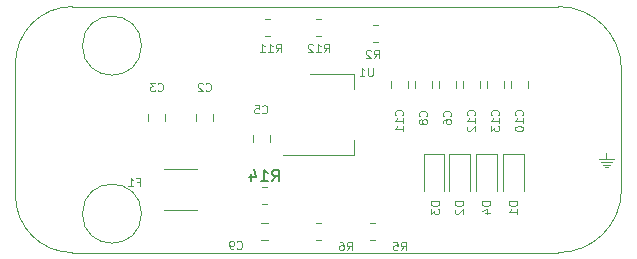
<source format=gbr>
%TF.GenerationSoftware,KiCad,Pcbnew,5.1.10*%
%TF.CreationDate,2021-10-01T14:20:23+03:00*%
%TF.ProjectId,Magma_STLink,4d61676d-615f-4535-944c-696e6b2e6b69,rev?*%
%TF.SameCoordinates,Original*%
%TF.FileFunction,Legend,Bot*%
%TF.FilePolarity,Positive*%
%FSLAX46Y46*%
G04 Gerber Fmt 4.6, Leading zero omitted, Abs format (unit mm)*
G04 Created by KiCad (PCBNEW 5.1.10) date 2021-10-01 14:20:23*
%MOMM*%
%LPD*%
G01*
G04 APERTURE LIST*
%ADD10C,0.120000*%
%TA.AperFunction,Profile*%
%ADD11C,0.120000*%
%TD*%
%TA.AperFunction,Profile*%
%ADD12C,0.050000*%
%TD*%
%ADD13C,0.150000*%
%ADD14C,0.100000*%
%ADD15C,1.100000*%
%ADD16O,3.500000X1.900000*%
%ADD17R,2.000000X1.500000*%
%ADD18R,2.000000X3.800000*%
%ADD19O,1.700000X1.700000*%
%ADD20R,1.700000X1.700000*%
%ADD21R,1.000000X1.000000*%
G04 APERTURE END LIST*
D10*
X84429600Y-60604400D02*
X84226400Y-60604400D01*
X84328000Y-59842400D02*
X84328000Y-59385200D01*
X84632800Y-60401200D02*
X84023200Y-60401200D01*
X84785200Y-60147200D02*
X83870800Y-60147200D01*
X84937600Y-59893200D02*
X83718400Y-59893200D01*
D11*
X44958000Y-64526800D02*
G75*
G03*
X44958000Y-64526800I-2500000J0D01*
G01*
X44958000Y-50302800D02*
G75*
G03*
X44958000Y-50302800I-2500000J0D01*
G01*
D12*
X85598000Y-52324000D02*
X85598000Y-62484000D01*
X80264000Y-46990000D02*
G75*
G02*
X85598000Y-52324000I0J-5334000D01*
G01*
X85598000Y-62484000D02*
G75*
G02*
X80264000Y-67818000I-5334000J0D01*
G01*
X43180000Y-67818000D02*
X39116000Y-67818000D01*
X34290000Y-51816000D02*
X34290000Y-62992000D01*
X39116000Y-67818000D02*
G75*
G02*
X34290000Y-62992000I0J4826000D01*
G01*
X34290000Y-51816000D02*
G75*
G02*
X39116000Y-46990000I4826000J0D01*
G01*
X43180000Y-46990000D02*
X39116000Y-46990000D01*
X43180000Y-67818000D02*
X80264000Y-67818000D01*
X43180000Y-46990000D02*
X80264000Y-46990000D01*
D10*
%TO.C,R14*%
X55599064Y-62257000D02*
X55144936Y-62257000D01*
X55599064Y-63727000D02*
X55144936Y-63727000D01*
%TO.C,U1*%
X62972000Y-52738000D02*
X62972000Y-53998000D01*
X62972000Y-59558000D02*
X62972000Y-58298000D01*
X59212000Y-52738000D02*
X62972000Y-52738000D01*
X56962000Y-59558000D02*
X62972000Y-59558000D01*
%TO.C,R12*%
X60171064Y-48033000D02*
X59716936Y-48033000D01*
X60171064Y-49503000D02*
X59716936Y-49503000D01*
%TO.C,R11*%
X55853064Y-48033000D02*
X55398936Y-48033000D01*
X55853064Y-49503000D02*
X55398936Y-49503000D01*
%TO.C,R6*%
X60171064Y-65305000D02*
X59716936Y-65305000D01*
X60171064Y-66775000D02*
X59716936Y-66775000D01*
%TO.C,R5*%
X64288936Y-66775000D02*
X64743064Y-66775000D01*
X64288936Y-65305000D02*
X64743064Y-65305000D01*
%TO.C,R2*%
X64997064Y-48541000D02*
X64542936Y-48541000D01*
X64997064Y-50011000D02*
X64542936Y-50011000D01*
%TO.C,F1*%
X46873748Y-64194000D02*
X49646252Y-64194000D01*
X46873748Y-60774000D02*
X49646252Y-60774000D01*
%TO.C,D4*%
X73318000Y-59483600D02*
X75018000Y-59483600D01*
X75018000Y-59483600D02*
X75018000Y-62633600D01*
X73318000Y-59483600D02*
X73318000Y-62633600D01*
%TO.C,D3*%
X68886400Y-59483600D02*
X70586400Y-59483600D01*
X70586400Y-59483600D02*
X70586400Y-62633600D01*
X68886400Y-59483600D02*
X68886400Y-62633600D01*
%TO.C,D2*%
X71032000Y-59483600D02*
X72732000Y-59483600D01*
X72732000Y-59483600D02*
X72732000Y-62633600D01*
X71032000Y-59483600D02*
X71032000Y-62633600D01*
%TO.C,D1*%
X75604000Y-59483600D02*
X77304000Y-59483600D01*
X77304000Y-59483600D02*
X77304000Y-62633600D01*
X75604000Y-59483600D02*
X75604000Y-62633600D01*
%TO.C,C13*%
X74195000Y-53332748D02*
X74195000Y-53855252D01*
X75665000Y-53332748D02*
X75665000Y-53855252D01*
%TO.C,C12*%
X72163000Y-53332748D02*
X72163000Y-53855252D01*
X73633000Y-53332748D02*
X73633000Y-53855252D01*
%TO.C,C11*%
X66067000Y-53332748D02*
X66067000Y-53855252D01*
X67537000Y-53332748D02*
X67537000Y-53855252D01*
%TO.C,C10*%
X76227000Y-53332748D02*
X76227000Y-53855252D01*
X77697000Y-53332748D02*
X77697000Y-53855252D01*
%TO.C,C9*%
X55633252Y-65305000D02*
X55110748Y-65305000D01*
X55633252Y-66775000D02*
X55110748Y-66775000D01*
%TO.C,C8*%
X68099000Y-53332748D02*
X68099000Y-53855252D01*
X69569000Y-53332748D02*
X69569000Y-53855252D01*
%TO.C,C6*%
X70131000Y-53332748D02*
X70131000Y-53855252D01*
X71601000Y-53332748D02*
X71601000Y-53855252D01*
%TO.C,C5*%
X54383000Y-57904748D02*
X54383000Y-58427252D01*
X55853000Y-57904748D02*
X55853000Y-58427252D01*
%TO.C,C3*%
X46963000Y-56649252D02*
X46963000Y-56126748D01*
X45493000Y-56649252D02*
X45493000Y-56126748D01*
%TO.C,C2*%
X51027000Y-56649252D02*
X51027000Y-56126748D01*
X49557000Y-56649252D02*
X49557000Y-56126748D01*
%TD*%
%TO.C,R14*%
D13*
X56014857Y-61794380D02*
X56348190Y-61318190D01*
X56586285Y-61794380D02*
X56586285Y-60794380D01*
X56205333Y-60794380D01*
X56110095Y-60842000D01*
X56062476Y-60889619D01*
X56014857Y-60984857D01*
X56014857Y-61127714D01*
X56062476Y-61222952D01*
X56110095Y-61270571D01*
X56205333Y-61318190D01*
X56586285Y-61318190D01*
X55062476Y-61794380D02*
X55633904Y-61794380D01*
X55348190Y-61794380D02*
X55348190Y-60794380D01*
X55443428Y-60937238D01*
X55538666Y-61032476D01*
X55633904Y-61080095D01*
X54205333Y-61127714D02*
X54205333Y-61794380D01*
X54443428Y-60746761D02*
X54681523Y-61461047D01*
X54062476Y-61461047D01*
%TO.C,U1*%
D14*
X64541333Y-52194666D02*
X64541333Y-52761333D01*
X64508000Y-52828000D01*
X64474666Y-52861333D01*
X64408000Y-52894666D01*
X64274666Y-52894666D01*
X64208000Y-52861333D01*
X64174666Y-52828000D01*
X64141333Y-52761333D01*
X64141333Y-52194666D01*
X63441333Y-52894666D02*
X63841333Y-52894666D01*
X63641333Y-52894666D02*
X63641333Y-52194666D01*
X63708000Y-52294666D01*
X63774666Y-52361333D01*
X63841333Y-52394666D01*
%TO.C,R12*%
X60394000Y-50862666D02*
X60627333Y-50529333D01*
X60794000Y-50862666D02*
X60794000Y-50162666D01*
X60527333Y-50162666D01*
X60460666Y-50196000D01*
X60427333Y-50229333D01*
X60394000Y-50296000D01*
X60394000Y-50396000D01*
X60427333Y-50462666D01*
X60460666Y-50496000D01*
X60527333Y-50529333D01*
X60794000Y-50529333D01*
X59727333Y-50862666D02*
X60127333Y-50862666D01*
X59927333Y-50862666D02*
X59927333Y-50162666D01*
X59994000Y-50262666D01*
X60060666Y-50329333D01*
X60127333Y-50362666D01*
X59460666Y-50229333D02*
X59427333Y-50196000D01*
X59360666Y-50162666D01*
X59194000Y-50162666D01*
X59127333Y-50196000D01*
X59094000Y-50229333D01*
X59060666Y-50296000D01*
X59060666Y-50362666D01*
X59094000Y-50462666D01*
X59494000Y-50862666D01*
X59060666Y-50862666D01*
%TO.C,R11*%
X56330000Y-50862666D02*
X56563333Y-50529333D01*
X56730000Y-50862666D02*
X56730000Y-50162666D01*
X56463333Y-50162666D01*
X56396666Y-50196000D01*
X56363333Y-50229333D01*
X56330000Y-50296000D01*
X56330000Y-50396000D01*
X56363333Y-50462666D01*
X56396666Y-50496000D01*
X56463333Y-50529333D01*
X56730000Y-50529333D01*
X55663333Y-50862666D02*
X56063333Y-50862666D01*
X55863333Y-50862666D02*
X55863333Y-50162666D01*
X55930000Y-50262666D01*
X55996666Y-50329333D01*
X56063333Y-50362666D01*
X54996666Y-50862666D02*
X55396666Y-50862666D01*
X55196666Y-50862666D02*
X55196666Y-50162666D01*
X55263333Y-50262666D01*
X55330000Y-50329333D01*
X55396666Y-50362666D01*
%TO.C,R6*%
X62346666Y-67626666D02*
X62580000Y-67293333D01*
X62746666Y-67626666D02*
X62746666Y-66926666D01*
X62480000Y-66926666D01*
X62413333Y-66960000D01*
X62380000Y-66993333D01*
X62346666Y-67060000D01*
X62346666Y-67160000D01*
X62380000Y-67226666D01*
X62413333Y-67260000D01*
X62480000Y-67293333D01*
X62746666Y-67293333D01*
X61746666Y-66926666D02*
X61880000Y-66926666D01*
X61946666Y-66960000D01*
X61980000Y-66993333D01*
X62046666Y-67093333D01*
X62080000Y-67226666D01*
X62080000Y-67493333D01*
X62046666Y-67560000D01*
X62013333Y-67593333D01*
X61946666Y-67626666D01*
X61813333Y-67626666D01*
X61746666Y-67593333D01*
X61713333Y-67560000D01*
X61680000Y-67493333D01*
X61680000Y-67326666D01*
X61713333Y-67260000D01*
X61746666Y-67226666D01*
X61813333Y-67193333D01*
X61946666Y-67193333D01*
X62013333Y-67226666D01*
X62046666Y-67260000D01*
X62080000Y-67326666D01*
%TO.C,R5*%
X66918666Y-67626666D02*
X67152000Y-67293333D01*
X67318666Y-67626666D02*
X67318666Y-66926666D01*
X67052000Y-66926666D01*
X66985333Y-66960000D01*
X66952000Y-66993333D01*
X66918666Y-67060000D01*
X66918666Y-67160000D01*
X66952000Y-67226666D01*
X66985333Y-67260000D01*
X67052000Y-67293333D01*
X67318666Y-67293333D01*
X66285333Y-66926666D02*
X66618666Y-66926666D01*
X66652000Y-67260000D01*
X66618666Y-67226666D01*
X66552000Y-67193333D01*
X66385333Y-67193333D01*
X66318666Y-67226666D01*
X66285333Y-67260000D01*
X66252000Y-67326666D01*
X66252000Y-67493333D01*
X66285333Y-67560000D01*
X66318666Y-67593333D01*
X66385333Y-67626666D01*
X66552000Y-67626666D01*
X66618666Y-67593333D01*
X66652000Y-67560000D01*
%TO.C,R2*%
X64632666Y-51370666D02*
X64866000Y-51037333D01*
X65032666Y-51370666D02*
X65032666Y-50670666D01*
X64766000Y-50670666D01*
X64699333Y-50704000D01*
X64666000Y-50737333D01*
X64632666Y-50804000D01*
X64632666Y-50904000D01*
X64666000Y-50970666D01*
X64699333Y-51004000D01*
X64766000Y-51037333D01*
X65032666Y-51037333D01*
X64366000Y-50737333D02*
X64332666Y-50704000D01*
X64266000Y-50670666D01*
X64099333Y-50670666D01*
X64032666Y-50704000D01*
X63999333Y-50737333D01*
X63966000Y-50804000D01*
X63966000Y-50870666D01*
X63999333Y-50970666D01*
X64399333Y-51370666D01*
X63966000Y-51370666D01*
%TO.C,F1*%
X44581733Y-61824400D02*
X44815066Y-61824400D01*
X44815066Y-62191066D02*
X44815066Y-61491066D01*
X44481733Y-61491066D01*
X43848400Y-62191066D02*
X44248400Y-62191066D01*
X44048400Y-62191066D02*
X44048400Y-61491066D01*
X44115066Y-61591066D01*
X44181733Y-61657733D01*
X44248400Y-61691066D01*
%TO.C,D4*%
X74484666Y-63491333D02*
X73784666Y-63491333D01*
X73784666Y-63658000D01*
X73818000Y-63758000D01*
X73884666Y-63824666D01*
X73951333Y-63858000D01*
X74084666Y-63891333D01*
X74184666Y-63891333D01*
X74318000Y-63858000D01*
X74384666Y-63824666D01*
X74451333Y-63758000D01*
X74484666Y-63658000D01*
X74484666Y-63491333D01*
X74018000Y-64491333D02*
X74484666Y-64491333D01*
X73751333Y-64324666D02*
X74251333Y-64158000D01*
X74251333Y-64591333D01*
%TO.C,D3*%
X70166666Y-63491333D02*
X69466666Y-63491333D01*
X69466666Y-63658000D01*
X69500000Y-63758000D01*
X69566666Y-63824666D01*
X69633333Y-63858000D01*
X69766666Y-63891333D01*
X69866666Y-63891333D01*
X70000000Y-63858000D01*
X70066666Y-63824666D01*
X70133333Y-63758000D01*
X70166666Y-63658000D01*
X70166666Y-63491333D01*
X69466666Y-64124666D02*
X69466666Y-64558000D01*
X69733333Y-64324666D01*
X69733333Y-64424666D01*
X69766666Y-64491333D01*
X69800000Y-64524666D01*
X69866666Y-64558000D01*
X70033333Y-64558000D01*
X70100000Y-64524666D01*
X70133333Y-64491333D01*
X70166666Y-64424666D01*
X70166666Y-64224666D01*
X70133333Y-64158000D01*
X70100000Y-64124666D01*
%TO.C,D2*%
X72198666Y-63491333D02*
X71498666Y-63491333D01*
X71498666Y-63658000D01*
X71532000Y-63758000D01*
X71598666Y-63824666D01*
X71665333Y-63858000D01*
X71798666Y-63891333D01*
X71898666Y-63891333D01*
X72032000Y-63858000D01*
X72098666Y-63824666D01*
X72165333Y-63758000D01*
X72198666Y-63658000D01*
X72198666Y-63491333D01*
X71565333Y-64158000D02*
X71532000Y-64191333D01*
X71498666Y-64258000D01*
X71498666Y-64424666D01*
X71532000Y-64491333D01*
X71565333Y-64524666D01*
X71632000Y-64558000D01*
X71698666Y-64558000D01*
X71798666Y-64524666D01*
X72198666Y-64124666D01*
X72198666Y-64558000D01*
%TO.C,D1*%
X76770666Y-63491333D02*
X76070666Y-63491333D01*
X76070666Y-63658000D01*
X76104000Y-63758000D01*
X76170666Y-63824666D01*
X76237333Y-63858000D01*
X76370666Y-63891333D01*
X76470666Y-63891333D01*
X76604000Y-63858000D01*
X76670666Y-63824666D01*
X76737333Y-63758000D01*
X76770666Y-63658000D01*
X76770666Y-63491333D01*
X76770666Y-64558000D02*
X76770666Y-64158000D01*
X76770666Y-64358000D02*
X76070666Y-64358000D01*
X76170666Y-64291333D01*
X76237333Y-64224666D01*
X76270666Y-64158000D01*
%TO.C,C13*%
X75180000Y-56192000D02*
X75213333Y-56158666D01*
X75246666Y-56058666D01*
X75246666Y-55992000D01*
X75213333Y-55892000D01*
X75146666Y-55825333D01*
X75080000Y-55792000D01*
X74946666Y-55758666D01*
X74846666Y-55758666D01*
X74713333Y-55792000D01*
X74646666Y-55825333D01*
X74580000Y-55892000D01*
X74546666Y-55992000D01*
X74546666Y-56058666D01*
X74580000Y-56158666D01*
X74613333Y-56192000D01*
X75246666Y-56858666D02*
X75246666Y-56458666D01*
X75246666Y-56658666D02*
X74546666Y-56658666D01*
X74646666Y-56592000D01*
X74713333Y-56525333D01*
X74746666Y-56458666D01*
X74546666Y-57092000D02*
X74546666Y-57525333D01*
X74813333Y-57292000D01*
X74813333Y-57392000D01*
X74846666Y-57458666D01*
X74880000Y-57492000D01*
X74946666Y-57525333D01*
X75113333Y-57525333D01*
X75180000Y-57492000D01*
X75213333Y-57458666D01*
X75246666Y-57392000D01*
X75246666Y-57192000D01*
X75213333Y-57125333D01*
X75180000Y-57092000D01*
%TO.C,C12*%
X73148000Y-56192000D02*
X73181333Y-56158666D01*
X73214666Y-56058666D01*
X73214666Y-55992000D01*
X73181333Y-55892000D01*
X73114666Y-55825333D01*
X73048000Y-55792000D01*
X72914666Y-55758666D01*
X72814666Y-55758666D01*
X72681333Y-55792000D01*
X72614666Y-55825333D01*
X72548000Y-55892000D01*
X72514666Y-55992000D01*
X72514666Y-56058666D01*
X72548000Y-56158666D01*
X72581333Y-56192000D01*
X73214666Y-56858666D02*
X73214666Y-56458666D01*
X73214666Y-56658666D02*
X72514666Y-56658666D01*
X72614666Y-56592000D01*
X72681333Y-56525333D01*
X72714666Y-56458666D01*
X72581333Y-57125333D02*
X72548000Y-57158666D01*
X72514666Y-57225333D01*
X72514666Y-57392000D01*
X72548000Y-57458666D01*
X72581333Y-57492000D01*
X72648000Y-57525333D01*
X72714666Y-57525333D01*
X72814666Y-57492000D01*
X73214666Y-57092000D01*
X73214666Y-57525333D01*
%TO.C,C11*%
X67052000Y-56192000D02*
X67085333Y-56158666D01*
X67118666Y-56058666D01*
X67118666Y-55992000D01*
X67085333Y-55892000D01*
X67018666Y-55825333D01*
X66952000Y-55792000D01*
X66818666Y-55758666D01*
X66718666Y-55758666D01*
X66585333Y-55792000D01*
X66518666Y-55825333D01*
X66452000Y-55892000D01*
X66418666Y-55992000D01*
X66418666Y-56058666D01*
X66452000Y-56158666D01*
X66485333Y-56192000D01*
X67118666Y-56858666D02*
X67118666Y-56458666D01*
X67118666Y-56658666D02*
X66418666Y-56658666D01*
X66518666Y-56592000D01*
X66585333Y-56525333D01*
X66618666Y-56458666D01*
X67118666Y-57525333D02*
X67118666Y-57125333D01*
X67118666Y-57325333D02*
X66418666Y-57325333D01*
X66518666Y-57258666D01*
X66585333Y-57192000D01*
X66618666Y-57125333D01*
%TO.C,C10*%
X77212000Y-56192000D02*
X77245333Y-56158666D01*
X77278666Y-56058666D01*
X77278666Y-55992000D01*
X77245333Y-55892000D01*
X77178666Y-55825333D01*
X77112000Y-55792000D01*
X76978666Y-55758666D01*
X76878666Y-55758666D01*
X76745333Y-55792000D01*
X76678666Y-55825333D01*
X76612000Y-55892000D01*
X76578666Y-55992000D01*
X76578666Y-56058666D01*
X76612000Y-56158666D01*
X76645333Y-56192000D01*
X77278666Y-56858666D02*
X77278666Y-56458666D01*
X77278666Y-56658666D02*
X76578666Y-56658666D01*
X76678666Y-56592000D01*
X76745333Y-56525333D01*
X76778666Y-56458666D01*
X76578666Y-57292000D02*
X76578666Y-57358666D01*
X76612000Y-57425333D01*
X76645333Y-57458666D01*
X76712000Y-57492000D01*
X76845333Y-57525333D01*
X77012000Y-57525333D01*
X77145333Y-57492000D01*
X77212000Y-57458666D01*
X77245333Y-57425333D01*
X77278666Y-57358666D01*
X77278666Y-57292000D01*
X77245333Y-57225333D01*
X77212000Y-57192000D01*
X77145333Y-57158666D01*
X77012000Y-57125333D01*
X76845333Y-57125333D01*
X76712000Y-57158666D01*
X76645333Y-57192000D01*
X76612000Y-57225333D01*
X76578666Y-57292000D01*
%TO.C,C9*%
X53050266Y-67458400D02*
X53083600Y-67491733D01*
X53183600Y-67525066D01*
X53250266Y-67525066D01*
X53350266Y-67491733D01*
X53416933Y-67425066D01*
X53450266Y-67358400D01*
X53483600Y-67225066D01*
X53483600Y-67125066D01*
X53450266Y-66991733D01*
X53416933Y-66925066D01*
X53350266Y-66858400D01*
X53250266Y-66825066D01*
X53183600Y-66825066D01*
X53083600Y-66858400D01*
X53050266Y-66891733D01*
X52716933Y-67525066D02*
X52583600Y-67525066D01*
X52516933Y-67491733D01*
X52483600Y-67458400D01*
X52416933Y-67358400D01*
X52383600Y-67225066D01*
X52383600Y-66958400D01*
X52416933Y-66891733D01*
X52450266Y-66858400D01*
X52516933Y-66825066D01*
X52650266Y-66825066D01*
X52716933Y-66858400D01*
X52750266Y-66891733D01*
X52783600Y-66958400D01*
X52783600Y-67125066D01*
X52750266Y-67191733D01*
X52716933Y-67225066D01*
X52650266Y-67258400D01*
X52516933Y-67258400D01*
X52450266Y-67225066D01*
X52416933Y-67191733D01*
X52383600Y-67125066D01*
%TO.C,C8*%
X69084000Y-56271333D02*
X69117333Y-56238000D01*
X69150666Y-56138000D01*
X69150666Y-56071333D01*
X69117333Y-55971333D01*
X69050666Y-55904666D01*
X68984000Y-55871333D01*
X68850666Y-55838000D01*
X68750666Y-55838000D01*
X68617333Y-55871333D01*
X68550666Y-55904666D01*
X68484000Y-55971333D01*
X68450666Y-56071333D01*
X68450666Y-56138000D01*
X68484000Y-56238000D01*
X68517333Y-56271333D01*
X68750666Y-56671333D02*
X68717333Y-56604666D01*
X68684000Y-56571333D01*
X68617333Y-56538000D01*
X68584000Y-56538000D01*
X68517333Y-56571333D01*
X68484000Y-56604666D01*
X68450666Y-56671333D01*
X68450666Y-56804666D01*
X68484000Y-56871333D01*
X68517333Y-56904666D01*
X68584000Y-56938000D01*
X68617333Y-56938000D01*
X68684000Y-56904666D01*
X68717333Y-56871333D01*
X68750666Y-56804666D01*
X68750666Y-56671333D01*
X68784000Y-56604666D01*
X68817333Y-56571333D01*
X68884000Y-56538000D01*
X69017333Y-56538000D01*
X69084000Y-56571333D01*
X69117333Y-56604666D01*
X69150666Y-56671333D01*
X69150666Y-56804666D01*
X69117333Y-56871333D01*
X69084000Y-56904666D01*
X69017333Y-56938000D01*
X68884000Y-56938000D01*
X68817333Y-56904666D01*
X68784000Y-56871333D01*
X68750666Y-56804666D01*
%TO.C,C6*%
X71116000Y-56271333D02*
X71149333Y-56238000D01*
X71182666Y-56138000D01*
X71182666Y-56071333D01*
X71149333Y-55971333D01*
X71082666Y-55904666D01*
X71016000Y-55871333D01*
X70882666Y-55838000D01*
X70782666Y-55838000D01*
X70649333Y-55871333D01*
X70582666Y-55904666D01*
X70516000Y-55971333D01*
X70482666Y-56071333D01*
X70482666Y-56138000D01*
X70516000Y-56238000D01*
X70549333Y-56271333D01*
X70482666Y-56871333D02*
X70482666Y-56738000D01*
X70516000Y-56671333D01*
X70549333Y-56638000D01*
X70649333Y-56571333D01*
X70782666Y-56538000D01*
X71049333Y-56538000D01*
X71116000Y-56571333D01*
X71149333Y-56604666D01*
X71182666Y-56671333D01*
X71182666Y-56804666D01*
X71149333Y-56871333D01*
X71116000Y-56904666D01*
X71049333Y-56938000D01*
X70882666Y-56938000D01*
X70816000Y-56904666D01*
X70782666Y-56871333D01*
X70749333Y-56804666D01*
X70749333Y-56671333D01*
X70782666Y-56604666D01*
X70816000Y-56571333D01*
X70882666Y-56538000D01*
%TO.C,C5*%
X55183866Y-55977600D02*
X55217200Y-56010933D01*
X55317200Y-56044266D01*
X55383866Y-56044266D01*
X55483866Y-56010933D01*
X55550533Y-55944266D01*
X55583866Y-55877600D01*
X55617200Y-55744266D01*
X55617200Y-55644266D01*
X55583866Y-55510933D01*
X55550533Y-55444266D01*
X55483866Y-55377600D01*
X55383866Y-55344266D01*
X55317200Y-55344266D01*
X55217200Y-55377600D01*
X55183866Y-55410933D01*
X54550533Y-55344266D02*
X54883866Y-55344266D01*
X54917200Y-55677600D01*
X54883866Y-55644266D01*
X54817200Y-55610933D01*
X54650533Y-55610933D01*
X54583866Y-55644266D01*
X54550533Y-55677600D01*
X54517200Y-55744266D01*
X54517200Y-55910933D01*
X54550533Y-55977600D01*
X54583866Y-56010933D01*
X54650533Y-56044266D01*
X54817200Y-56044266D01*
X54883866Y-56010933D01*
X54917200Y-55977600D01*
%TO.C,C3*%
X46344666Y-54098000D02*
X46378000Y-54131333D01*
X46478000Y-54164666D01*
X46544666Y-54164666D01*
X46644666Y-54131333D01*
X46711333Y-54064666D01*
X46744666Y-53998000D01*
X46778000Y-53864666D01*
X46778000Y-53764666D01*
X46744666Y-53631333D01*
X46711333Y-53564666D01*
X46644666Y-53498000D01*
X46544666Y-53464666D01*
X46478000Y-53464666D01*
X46378000Y-53498000D01*
X46344666Y-53531333D01*
X46111333Y-53464666D02*
X45678000Y-53464666D01*
X45911333Y-53731333D01*
X45811333Y-53731333D01*
X45744666Y-53764666D01*
X45711333Y-53798000D01*
X45678000Y-53864666D01*
X45678000Y-54031333D01*
X45711333Y-54098000D01*
X45744666Y-54131333D01*
X45811333Y-54164666D01*
X46011333Y-54164666D01*
X46078000Y-54131333D01*
X46111333Y-54098000D01*
%TO.C,C2*%
X50408666Y-54098000D02*
X50442000Y-54131333D01*
X50542000Y-54164666D01*
X50608666Y-54164666D01*
X50708666Y-54131333D01*
X50775333Y-54064666D01*
X50808666Y-53998000D01*
X50842000Y-53864666D01*
X50842000Y-53764666D01*
X50808666Y-53631333D01*
X50775333Y-53564666D01*
X50708666Y-53498000D01*
X50608666Y-53464666D01*
X50542000Y-53464666D01*
X50442000Y-53498000D01*
X50408666Y-53531333D01*
X50142000Y-53531333D02*
X50108666Y-53498000D01*
X50042000Y-53464666D01*
X49875333Y-53464666D01*
X49808666Y-53498000D01*
X49775333Y-53531333D01*
X49742000Y-53598000D01*
X49742000Y-53664666D01*
X49775333Y-53764666D01*
X50175333Y-54164666D01*
X49742000Y-54164666D01*
%TD*%
%LPC*%
%TO.C,R14*%
G36*
G01*
X54972000Y-62541999D02*
X54972000Y-63442001D01*
G75*
G02*
X54722001Y-63692000I-249999J0D01*
G01*
X54021999Y-63692000D01*
G75*
G02*
X53772000Y-63442001I0J249999D01*
G01*
X53772000Y-62541999D01*
G75*
G02*
X54021999Y-62292000I249999J0D01*
G01*
X54722001Y-62292000D01*
G75*
G02*
X54972000Y-62541999I0J-249999D01*
G01*
G37*
G36*
G01*
X56972000Y-62541999D02*
X56972000Y-63442001D01*
G75*
G02*
X56722001Y-63692000I-249999J0D01*
G01*
X56021999Y-63692000D01*
G75*
G02*
X55772000Y-63442001I0J249999D01*
G01*
X55772000Y-62541999D01*
G75*
G02*
X56021999Y-62292000I249999J0D01*
G01*
X56722001Y-62292000D01*
G75*
G02*
X56972000Y-62541999I0J-249999D01*
G01*
G37*
%TD*%
D15*
%TO.C,J5*%
X37380000Y-55104000D03*
X37380000Y-59704000D03*
D16*
X37380000Y-51704000D03*
X37380000Y-63104000D03*
%TD*%
D17*
%TO.C,U1*%
X57912000Y-58448000D03*
X57912000Y-53848000D03*
X57912000Y-56148000D03*
D18*
X64212000Y-56148000D03*
%TD*%
D19*
%TO.C,STLINK_CONN1*%
X82296000Y-52294000D03*
X79756000Y-52294000D03*
X82296000Y-54834000D03*
X79756000Y-54834000D03*
X82296000Y-57374000D03*
X79756000Y-57374000D03*
X82296000Y-59914000D03*
X79756000Y-59914000D03*
X82296000Y-62454000D03*
D20*
X79756000Y-62454000D03*
%TD*%
%TO.C,R12*%
G36*
G01*
X59544000Y-48317999D02*
X59544000Y-49218001D01*
G75*
G02*
X59294001Y-49468000I-249999J0D01*
G01*
X58593999Y-49468000D01*
G75*
G02*
X58344000Y-49218001I0J249999D01*
G01*
X58344000Y-48317999D01*
G75*
G02*
X58593999Y-48068000I249999J0D01*
G01*
X59294001Y-48068000D01*
G75*
G02*
X59544000Y-48317999I0J-249999D01*
G01*
G37*
G36*
G01*
X61544000Y-48317999D02*
X61544000Y-49218001D01*
G75*
G02*
X61294001Y-49468000I-249999J0D01*
G01*
X60593999Y-49468000D01*
G75*
G02*
X60344000Y-49218001I0J249999D01*
G01*
X60344000Y-48317999D01*
G75*
G02*
X60593999Y-48068000I249999J0D01*
G01*
X61294001Y-48068000D01*
G75*
G02*
X61544000Y-48317999I0J-249999D01*
G01*
G37*
%TD*%
%TO.C,R11*%
G36*
G01*
X55226000Y-48317999D02*
X55226000Y-49218001D01*
G75*
G02*
X54976001Y-49468000I-249999J0D01*
G01*
X54275999Y-49468000D01*
G75*
G02*
X54026000Y-49218001I0J249999D01*
G01*
X54026000Y-48317999D01*
G75*
G02*
X54275999Y-48068000I249999J0D01*
G01*
X54976001Y-48068000D01*
G75*
G02*
X55226000Y-48317999I0J-249999D01*
G01*
G37*
G36*
G01*
X57226000Y-48317999D02*
X57226000Y-49218001D01*
G75*
G02*
X56976001Y-49468000I-249999J0D01*
G01*
X56275999Y-49468000D01*
G75*
G02*
X56026000Y-49218001I0J249999D01*
G01*
X56026000Y-48317999D01*
G75*
G02*
X56275999Y-48068000I249999J0D01*
G01*
X56976001Y-48068000D01*
G75*
G02*
X57226000Y-48317999I0J-249999D01*
G01*
G37*
%TD*%
%TO.C,R6*%
G36*
G01*
X59544000Y-65589999D02*
X59544000Y-66490001D01*
G75*
G02*
X59294001Y-66740000I-249999J0D01*
G01*
X58593999Y-66740000D01*
G75*
G02*
X58344000Y-66490001I0J249999D01*
G01*
X58344000Y-65589999D01*
G75*
G02*
X58593999Y-65340000I249999J0D01*
G01*
X59294001Y-65340000D01*
G75*
G02*
X59544000Y-65589999I0J-249999D01*
G01*
G37*
G36*
G01*
X61544000Y-65589999D02*
X61544000Y-66490001D01*
G75*
G02*
X61294001Y-66740000I-249999J0D01*
G01*
X60593999Y-66740000D01*
G75*
G02*
X60344000Y-66490001I0J249999D01*
G01*
X60344000Y-65589999D01*
G75*
G02*
X60593999Y-65340000I249999J0D01*
G01*
X61294001Y-65340000D01*
G75*
G02*
X61544000Y-65589999I0J-249999D01*
G01*
G37*
%TD*%
%TO.C,R5*%
G36*
G01*
X64916000Y-66490001D02*
X64916000Y-65589999D01*
G75*
G02*
X65165999Y-65340000I249999J0D01*
G01*
X65866001Y-65340000D01*
G75*
G02*
X66116000Y-65589999I0J-249999D01*
G01*
X66116000Y-66490001D01*
G75*
G02*
X65866001Y-66740000I-249999J0D01*
G01*
X65165999Y-66740000D01*
G75*
G02*
X64916000Y-66490001I0J249999D01*
G01*
G37*
G36*
G01*
X62916000Y-66490001D02*
X62916000Y-65589999D01*
G75*
G02*
X63165999Y-65340000I249999J0D01*
G01*
X63866001Y-65340000D01*
G75*
G02*
X64116000Y-65589999I0J-249999D01*
G01*
X64116000Y-66490001D01*
G75*
G02*
X63866001Y-66740000I-249999J0D01*
G01*
X63165999Y-66740000D01*
G75*
G02*
X62916000Y-66490001I0J249999D01*
G01*
G37*
%TD*%
%TO.C,R2*%
G36*
G01*
X64370000Y-48825999D02*
X64370000Y-49726001D01*
G75*
G02*
X64120001Y-49976000I-249999J0D01*
G01*
X63419999Y-49976000D01*
G75*
G02*
X63170000Y-49726001I0J249999D01*
G01*
X63170000Y-48825999D01*
G75*
G02*
X63419999Y-48576000I249999J0D01*
G01*
X64120001Y-48576000D01*
G75*
G02*
X64370000Y-48825999I0J-249999D01*
G01*
G37*
G36*
G01*
X66370000Y-48825999D02*
X66370000Y-49726001D01*
G75*
G02*
X66120001Y-49976000I-249999J0D01*
G01*
X65419999Y-49976000D01*
G75*
G02*
X65170000Y-49726001I0J249999D01*
G01*
X65170000Y-48825999D01*
G75*
G02*
X65419999Y-48576000I249999J0D01*
G01*
X66120001Y-48576000D01*
G75*
G02*
X66370000Y-48825999I0J-249999D01*
G01*
G37*
%TD*%
D19*
%TO.C,J4*%
X47752000Y-65786000D03*
D20*
X50292000Y-65786000D03*
%TD*%
D19*
%TO.C,J3*%
X50282000Y-49022000D03*
D20*
X47742000Y-49022000D03*
%TD*%
D19*
%TO.C,J2*%
X73690000Y-49276000D03*
X71150000Y-49276000D03*
D20*
X68610000Y-49276000D03*
%TD*%
D19*
%TO.C,J1*%
X68580000Y-66040000D03*
X71120000Y-66040000D03*
D20*
X73660000Y-66040000D03*
%TD*%
%TO.C,F1*%
G36*
G01*
X49835000Y-63934001D02*
X49835000Y-61033999D01*
G75*
G02*
X50084999Y-60784000I249999J0D01*
G01*
X50885001Y-60784000D01*
G75*
G02*
X51135000Y-61033999I0J-249999D01*
G01*
X51135000Y-63934001D01*
G75*
G02*
X50885001Y-64184000I-249999J0D01*
G01*
X50084999Y-64184000D01*
G75*
G02*
X49835000Y-63934001I0J249999D01*
G01*
G37*
G36*
G01*
X45385000Y-63934001D02*
X45385000Y-61033999D01*
G75*
G02*
X45634999Y-60784000I249999J0D01*
G01*
X46435001Y-60784000D01*
G75*
G02*
X46685000Y-61033999I0J-249999D01*
G01*
X46685000Y-63934001D01*
G75*
G02*
X46435001Y-64184000I-249999J0D01*
G01*
X45634999Y-64184000D01*
G75*
G02*
X45385000Y-63934001I0J249999D01*
G01*
G37*
%TD*%
D21*
%TO.C,D4*%
X74168000Y-62633600D03*
X74168000Y-60133600D03*
%TD*%
%TO.C,D3*%
X69736400Y-62633600D03*
X69736400Y-60133600D03*
%TD*%
%TO.C,D2*%
X71882000Y-62633600D03*
X71882000Y-60133600D03*
%TD*%
%TO.C,D1*%
X76454000Y-62633600D03*
X76454000Y-60133600D03*
%TD*%
%TO.C,C13*%
G36*
G01*
X74455000Y-54044000D02*
X75405000Y-54044000D01*
G75*
G02*
X75655000Y-54294000I0J-250000D01*
G01*
X75655000Y-54969000D01*
G75*
G02*
X75405000Y-55219000I-250000J0D01*
G01*
X74455000Y-55219000D01*
G75*
G02*
X74205000Y-54969000I0J250000D01*
G01*
X74205000Y-54294000D01*
G75*
G02*
X74455000Y-54044000I250000J0D01*
G01*
G37*
G36*
G01*
X74455000Y-51969000D02*
X75405000Y-51969000D01*
G75*
G02*
X75655000Y-52219000I0J-250000D01*
G01*
X75655000Y-52894000D01*
G75*
G02*
X75405000Y-53144000I-250000J0D01*
G01*
X74455000Y-53144000D01*
G75*
G02*
X74205000Y-52894000I0J250000D01*
G01*
X74205000Y-52219000D01*
G75*
G02*
X74455000Y-51969000I250000J0D01*
G01*
G37*
%TD*%
%TO.C,C12*%
G36*
G01*
X72423000Y-54044000D02*
X73373000Y-54044000D01*
G75*
G02*
X73623000Y-54294000I0J-250000D01*
G01*
X73623000Y-54969000D01*
G75*
G02*
X73373000Y-55219000I-250000J0D01*
G01*
X72423000Y-55219000D01*
G75*
G02*
X72173000Y-54969000I0J250000D01*
G01*
X72173000Y-54294000D01*
G75*
G02*
X72423000Y-54044000I250000J0D01*
G01*
G37*
G36*
G01*
X72423000Y-51969000D02*
X73373000Y-51969000D01*
G75*
G02*
X73623000Y-52219000I0J-250000D01*
G01*
X73623000Y-52894000D01*
G75*
G02*
X73373000Y-53144000I-250000J0D01*
G01*
X72423000Y-53144000D01*
G75*
G02*
X72173000Y-52894000I0J250000D01*
G01*
X72173000Y-52219000D01*
G75*
G02*
X72423000Y-51969000I250000J0D01*
G01*
G37*
%TD*%
%TO.C,C11*%
G36*
G01*
X66327000Y-54044000D02*
X67277000Y-54044000D01*
G75*
G02*
X67527000Y-54294000I0J-250000D01*
G01*
X67527000Y-54969000D01*
G75*
G02*
X67277000Y-55219000I-250000J0D01*
G01*
X66327000Y-55219000D01*
G75*
G02*
X66077000Y-54969000I0J250000D01*
G01*
X66077000Y-54294000D01*
G75*
G02*
X66327000Y-54044000I250000J0D01*
G01*
G37*
G36*
G01*
X66327000Y-51969000D02*
X67277000Y-51969000D01*
G75*
G02*
X67527000Y-52219000I0J-250000D01*
G01*
X67527000Y-52894000D01*
G75*
G02*
X67277000Y-53144000I-250000J0D01*
G01*
X66327000Y-53144000D01*
G75*
G02*
X66077000Y-52894000I0J250000D01*
G01*
X66077000Y-52219000D01*
G75*
G02*
X66327000Y-51969000I250000J0D01*
G01*
G37*
%TD*%
%TO.C,C10*%
G36*
G01*
X76487000Y-54044000D02*
X77437000Y-54044000D01*
G75*
G02*
X77687000Y-54294000I0J-250000D01*
G01*
X77687000Y-54969000D01*
G75*
G02*
X77437000Y-55219000I-250000J0D01*
G01*
X76487000Y-55219000D01*
G75*
G02*
X76237000Y-54969000I0J250000D01*
G01*
X76237000Y-54294000D01*
G75*
G02*
X76487000Y-54044000I250000J0D01*
G01*
G37*
G36*
G01*
X76487000Y-51969000D02*
X77437000Y-51969000D01*
G75*
G02*
X77687000Y-52219000I0J-250000D01*
G01*
X77687000Y-52894000D01*
G75*
G02*
X77437000Y-53144000I-250000J0D01*
G01*
X76487000Y-53144000D01*
G75*
G02*
X76237000Y-52894000I0J250000D01*
G01*
X76237000Y-52219000D01*
G75*
G02*
X76487000Y-51969000I250000J0D01*
G01*
G37*
%TD*%
%TO.C,C9*%
G36*
G01*
X54922000Y-65565000D02*
X54922000Y-66515000D01*
G75*
G02*
X54672000Y-66765000I-250000J0D01*
G01*
X53997000Y-66765000D01*
G75*
G02*
X53747000Y-66515000I0J250000D01*
G01*
X53747000Y-65565000D01*
G75*
G02*
X53997000Y-65315000I250000J0D01*
G01*
X54672000Y-65315000D01*
G75*
G02*
X54922000Y-65565000I0J-250000D01*
G01*
G37*
G36*
G01*
X56997000Y-65565000D02*
X56997000Y-66515000D01*
G75*
G02*
X56747000Y-66765000I-250000J0D01*
G01*
X56072000Y-66765000D01*
G75*
G02*
X55822000Y-66515000I0J250000D01*
G01*
X55822000Y-65565000D01*
G75*
G02*
X56072000Y-65315000I250000J0D01*
G01*
X56747000Y-65315000D01*
G75*
G02*
X56997000Y-65565000I0J-250000D01*
G01*
G37*
%TD*%
%TO.C,C8*%
G36*
G01*
X68359000Y-54044000D02*
X69309000Y-54044000D01*
G75*
G02*
X69559000Y-54294000I0J-250000D01*
G01*
X69559000Y-54969000D01*
G75*
G02*
X69309000Y-55219000I-250000J0D01*
G01*
X68359000Y-55219000D01*
G75*
G02*
X68109000Y-54969000I0J250000D01*
G01*
X68109000Y-54294000D01*
G75*
G02*
X68359000Y-54044000I250000J0D01*
G01*
G37*
G36*
G01*
X68359000Y-51969000D02*
X69309000Y-51969000D01*
G75*
G02*
X69559000Y-52219000I0J-250000D01*
G01*
X69559000Y-52894000D01*
G75*
G02*
X69309000Y-53144000I-250000J0D01*
G01*
X68359000Y-53144000D01*
G75*
G02*
X68109000Y-52894000I0J250000D01*
G01*
X68109000Y-52219000D01*
G75*
G02*
X68359000Y-51969000I250000J0D01*
G01*
G37*
%TD*%
%TO.C,C6*%
G36*
G01*
X70391000Y-54044000D02*
X71341000Y-54044000D01*
G75*
G02*
X71591000Y-54294000I0J-250000D01*
G01*
X71591000Y-54969000D01*
G75*
G02*
X71341000Y-55219000I-250000J0D01*
G01*
X70391000Y-55219000D01*
G75*
G02*
X70141000Y-54969000I0J250000D01*
G01*
X70141000Y-54294000D01*
G75*
G02*
X70391000Y-54044000I250000J0D01*
G01*
G37*
G36*
G01*
X70391000Y-51969000D02*
X71341000Y-51969000D01*
G75*
G02*
X71591000Y-52219000I0J-250000D01*
G01*
X71591000Y-52894000D01*
G75*
G02*
X71341000Y-53144000I-250000J0D01*
G01*
X70391000Y-53144000D01*
G75*
G02*
X70141000Y-52894000I0J250000D01*
G01*
X70141000Y-52219000D01*
G75*
G02*
X70391000Y-51969000I250000J0D01*
G01*
G37*
%TD*%
%TO.C,C5*%
G36*
G01*
X54643000Y-58616000D02*
X55593000Y-58616000D01*
G75*
G02*
X55843000Y-58866000I0J-250000D01*
G01*
X55843000Y-59541000D01*
G75*
G02*
X55593000Y-59791000I-250000J0D01*
G01*
X54643000Y-59791000D01*
G75*
G02*
X54393000Y-59541000I0J250000D01*
G01*
X54393000Y-58866000D01*
G75*
G02*
X54643000Y-58616000I250000J0D01*
G01*
G37*
G36*
G01*
X54643000Y-56541000D02*
X55593000Y-56541000D01*
G75*
G02*
X55843000Y-56791000I0J-250000D01*
G01*
X55843000Y-57466000D01*
G75*
G02*
X55593000Y-57716000I-250000J0D01*
G01*
X54643000Y-57716000D01*
G75*
G02*
X54393000Y-57466000I0J250000D01*
G01*
X54393000Y-56791000D01*
G75*
G02*
X54643000Y-56541000I250000J0D01*
G01*
G37*
%TD*%
%TO.C,C3*%
G36*
G01*
X46703000Y-55938000D02*
X45753000Y-55938000D01*
G75*
G02*
X45503000Y-55688000I0J250000D01*
G01*
X45503000Y-55013000D01*
G75*
G02*
X45753000Y-54763000I250000J0D01*
G01*
X46703000Y-54763000D01*
G75*
G02*
X46953000Y-55013000I0J-250000D01*
G01*
X46953000Y-55688000D01*
G75*
G02*
X46703000Y-55938000I-250000J0D01*
G01*
G37*
G36*
G01*
X46703000Y-58013000D02*
X45753000Y-58013000D01*
G75*
G02*
X45503000Y-57763000I0J250000D01*
G01*
X45503000Y-57088000D01*
G75*
G02*
X45753000Y-56838000I250000J0D01*
G01*
X46703000Y-56838000D01*
G75*
G02*
X46953000Y-57088000I0J-250000D01*
G01*
X46953000Y-57763000D01*
G75*
G02*
X46703000Y-58013000I-250000J0D01*
G01*
G37*
%TD*%
%TO.C,C2*%
G36*
G01*
X50767000Y-55938000D02*
X49817000Y-55938000D01*
G75*
G02*
X49567000Y-55688000I0J250000D01*
G01*
X49567000Y-55013000D01*
G75*
G02*
X49817000Y-54763000I250000J0D01*
G01*
X50767000Y-54763000D01*
G75*
G02*
X51017000Y-55013000I0J-250000D01*
G01*
X51017000Y-55688000D01*
G75*
G02*
X50767000Y-55938000I-250000J0D01*
G01*
G37*
G36*
G01*
X50767000Y-58013000D02*
X49817000Y-58013000D01*
G75*
G02*
X49567000Y-57763000I0J250000D01*
G01*
X49567000Y-57088000D01*
G75*
G02*
X49817000Y-56838000I250000J0D01*
G01*
X50767000Y-56838000D01*
G75*
G02*
X51017000Y-57088000I0J-250000D01*
G01*
X51017000Y-57763000D01*
G75*
G02*
X50767000Y-58013000I-250000J0D01*
G01*
G37*
%TD*%
M02*

</source>
